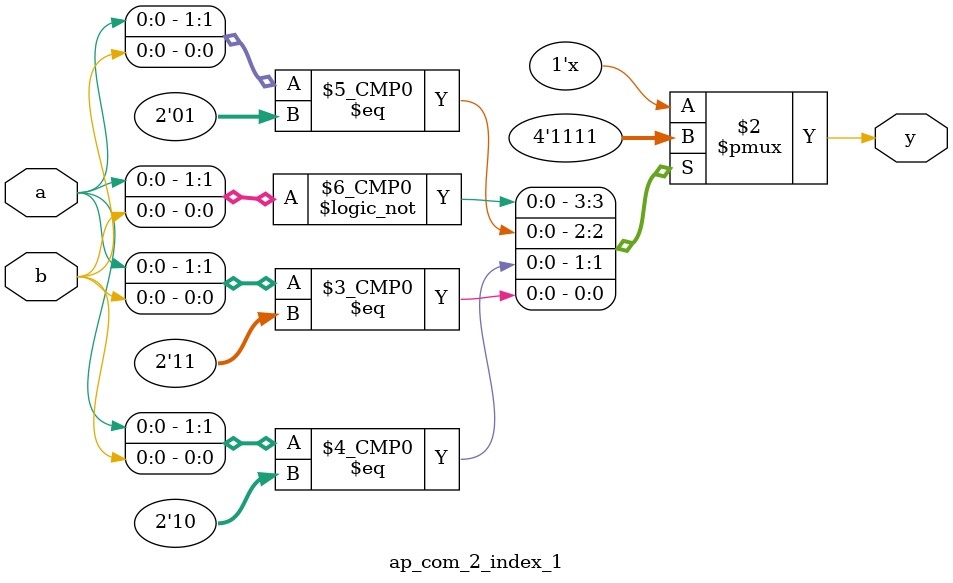
<source format=v>
module ap_com_2_index_0(
	input wire a,
	input wire b,
	output reg y
);

always @(*) begin
	case({a, b})
		2'b00: y = 0;
		2'b01: y = 0;
		2'b10: y = 0;
		2'b11: y = 0;
		default:;
	endcase
end

endmodule


module ap_com_2_index_1(
	input wire a,
	input wire b,
	output reg y
);

always @(*) begin
	case({a, b})
		2'b00: y = 1;
		2'b01: y = 1;
		2'b10: y = 1;
		2'b11: y = 1;
		default:;
	endcase
end

endmodule



</source>
